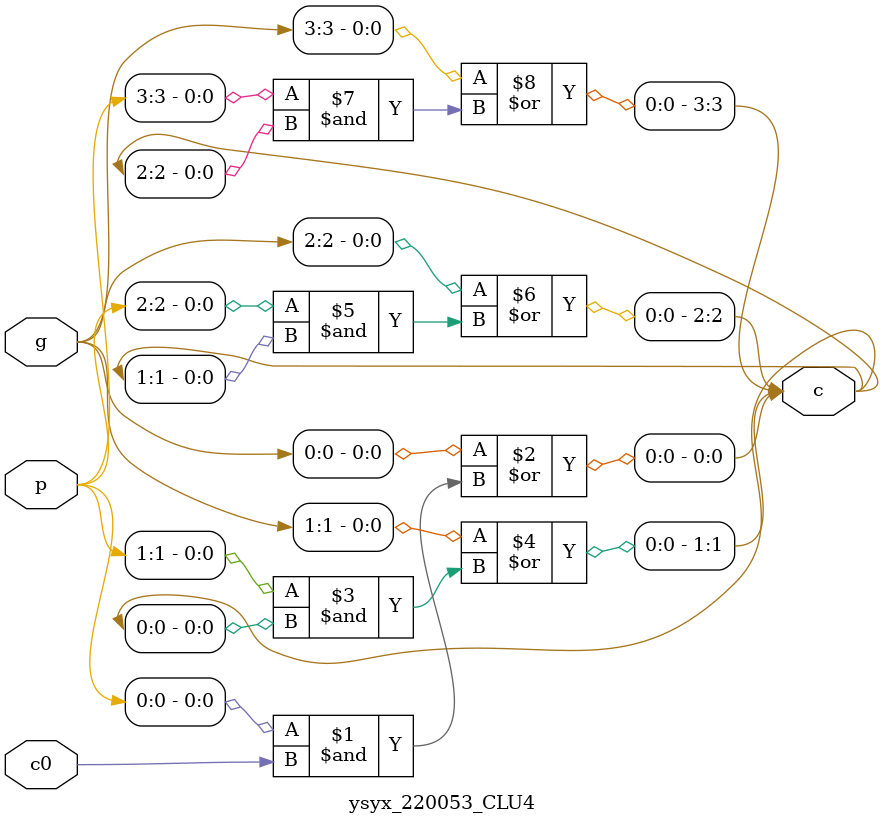
<source format=v>
/* verilator lint_off DECLFILENAME */
/* verilator lint_off PINMISSING */
/* verilator lint_off UNUSED */
module ysyx_220053_CLU4(
    output [3:0] c,
    input [3:0] p,g,
    input c0
);
    assign c[0]=g[0] | (p[0] & c0);
    genvar i;
    generate
        for (i=1;i<=3;i=i+1) begin
            assign c[i]=g[i] | (p[i] & c[i-1]);
        end
    endgenerate
endmodule



</source>
